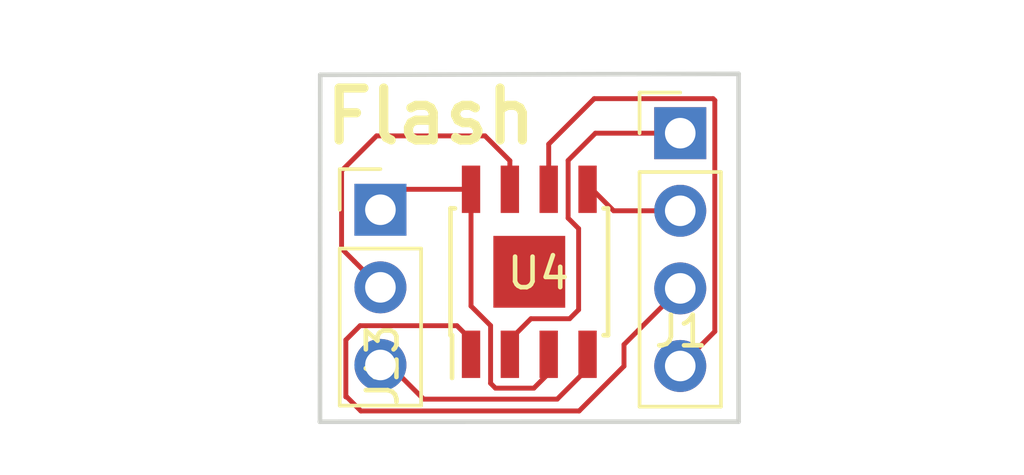
<source format=kicad_pcb>
(kicad_pcb (version 20171130) (host pcbnew 5.0.1-33cea8e~68~ubuntu14.04.1)

  (general
    (thickness 1.6)
    (drawings 5)
    (tracks 50)
    (zones 0)
    (modules 3)
    (nets 8)
  )

  (page A4)
  (layers
    (0 F.Cu signal)
    (31 B.Cu signal)
    (32 B.Adhes user)
    (33 F.Adhes user)
    (34 B.Paste user)
    (35 F.Paste user)
    (36 B.SilkS user)
    (37 F.SilkS user)
    (38 B.Mask user)
    (39 F.Mask user)
    (40 Dwgs.User user)
    (41 Cmts.User user)
    (42 Eco1.User user)
    (43 Eco2.User user)
    (44 Edge.Cuts user)
    (45 Margin user)
    (46 B.CrtYd user)
    (47 F.CrtYd user)
    (48 B.Fab user)
    (49 F.Fab user)
  )

  (setup
    (last_trace_width 0.16)
    (user_trace_width 0.16)
    (user_trace_width 0.2)
    (user_trace_width 0.5)
    (trace_clearance 0.2)
    (zone_clearance 0.2)
    (zone_45_only no)
    (trace_min 0.16)
    (segment_width 0.2)
    (edge_width 0.15)
    (via_size 0.8)
    (via_drill 0.4)
    (via_min_size 0.3)
    (via_min_drill 0.3)
    (uvia_size 0.3)
    (uvia_drill 0.1)
    (uvias_allowed no)
    (uvia_min_size 0.2)
    (uvia_min_drill 0.1)
    (pcb_text_width 0.3)
    (pcb_text_size 1.5 1.5)
    (mod_edge_width 0.15)
    (mod_text_size 1 1)
    (mod_text_width 0.15)
    (pad_size 1.524 1.524)
    (pad_drill 0.762)
    (pad_to_mask_clearance 0.051)
    (solder_mask_min_width 0.25)
    (aux_axis_origin 0 0)
    (visible_elements FFFFFF7F)
    (pcbplotparams
      (layerselection 0x010fc_ffffffff)
      (usegerberextensions true)
      (usegerberattributes false)
      (usegerberadvancedattributes false)
      (creategerberjobfile false)
      (excludeedgelayer true)
      (linewidth 0.100000)
      (plotframeref false)
      (viasonmask false)
      (mode 1)
      (useauxorigin false)
      (hpglpennumber 1)
      (hpglpenspeed 20)
      (hpglpendiameter 15.000000)
      (psnegative false)
      (psa4output false)
      (plotreference true)
      (plotvalue true)
      (plotinvisibletext false)
      (padsonsilk false)
      (subtractmaskfromsilk false)
      (outputformat 1)
      (mirror false)
      (drillshape 0)
      (scaleselection 1)
      (outputdirectory ""))
  )

  (net 0 "")
  (net 1 GND)
  (net 2 vccC)
  (net 3 RESET)
  (net 4 705.1)
  (net 5 705.3)
  (net 6 705.5)
  (net 7 705.17)

  (net_class Default "This is the default net class."
    (clearance 0.2)
    (trace_width 0.25)
    (via_dia 0.8)
    (via_drill 0.4)
    (uvia_dia 0.3)
    (uvia_drill 0.1)
    (add_net 705.1)
    (add_net 705.17)
    (add_net 705.3)
    (add_net 705.5)
    (add_net GND)
    (add_net RESET)
    (add_net vccC)
  )

  (module Connector_PinHeader_2.54mm:PinHeader_1x03_P2.54mm_Vertical (layer F.Cu) (tedit 5BE69B7B) (tstamp 5BEFE0CA)
    (at 147.5 87.85)
    (descr "Through hole straight pin header, 1x03, 2.54mm pitch, single row")
    (tags "Through hole pin header THT 1x03 2.54mm single row")
    (path /5C91571B)
    (fp_text reference J13 (at 0.06892 5.09368 90) (layer F.SilkS)
      (effects (font (size 1 1) (thickness 0.15)))
    )
    (fp_text value Conn_01x03_Male (at -5.66894 7.6921) (layer F.Fab)
      (effects (font (size 1 1) (thickness 0.15)))
    )
    (fp_line (start -0.635 -1.27) (end 1.27 -1.27) (layer F.Fab) (width 0.1))
    (fp_line (start 1.27 -1.27) (end 1.27 6.35) (layer F.Fab) (width 0.1))
    (fp_line (start 1.27 6.35) (end -1.27 6.35) (layer F.Fab) (width 0.1))
    (fp_line (start -1.27 6.35) (end -1.27 -0.635) (layer F.Fab) (width 0.1))
    (fp_line (start -1.27 -0.635) (end -0.635 -1.27) (layer F.Fab) (width 0.1))
    (fp_line (start -1.33 6.41) (end 1.33 6.41) (layer F.SilkS) (width 0.12))
    (fp_line (start -1.33 1.27) (end -1.33 6.41) (layer F.SilkS) (width 0.12))
    (fp_line (start 1.33 1.27) (end 1.33 6.41) (layer F.SilkS) (width 0.12))
    (fp_line (start -1.33 1.27) (end 1.33 1.27) (layer F.SilkS) (width 0.12))
    (fp_line (start -1.33 0) (end -1.33 -1.33) (layer F.SilkS) (width 0.12))
    (fp_line (start -1.33 -1.33) (end 0 -1.33) (layer F.SilkS) (width 0.12))
    (fp_line (start -1.8 -1.8) (end -1.8 6.85) (layer F.CrtYd) (width 0.05))
    (fp_line (start -1.8 6.85) (end 1.8 6.85) (layer F.CrtYd) (width 0.05))
    (fp_line (start 1.8 6.85) (end 1.8 -1.8) (layer F.CrtYd) (width 0.05))
    (fp_line (start 1.8 -1.8) (end -1.8 -1.8) (layer F.CrtYd) (width 0.05))
    (fp_text user %R (at 0 2.54 90) (layer F.Fab)
      (effects (font (size 1 1) (thickness 0.15)))
    )
    (pad 1 thru_hole rect (at 0 0) (size 1.7 1.7) (drill 1) (layers *.Cu *.Mask)
      (net 2 vccC))
    (pad 2 thru_hole oval (at 0 2.54) (size 1.7 1.7) (drill 1) (layers *.Cu *.Mask)
      (net 3 RESET))
    (pad 3 thru_hole oval (at 0 5.08) (size 1.7 1.7) (drill 1) (layers *.Cu *.Mask)
      (net 1 GND))
    (model ${KISYS3DMOD}/Connector_PinHeader_2.54mm.3dshapes/PinHeader_1x03_P2.54mm_Vertical.wrl
      (at (xyz 0 0 0))
      (scale (xyz 1 1 1))
      (rotate (xyz 0 0 0))
    )
  )

  (module Package_SO:SOIC-8-1EP_3.9x4.9mm_P1.27mm_EP2.35x2.35mm (layer F.Cu) (tedit 5A65EC84) (tstamp 5BEFE0EC)
    (at 152.36698 89.88044 90)
    (descr "8-Lead Thermally Enhanced Plastic Small Outline (SE) - Narrow, 3.90 mm Body [SOIC] (see Microchip Packaging Specification 00000049BS.pdf)")
    (tags "SOIC 1.27")
    (path /5C81142F)
    (attr smd)
    (fp_text reference U4 (at -0.04826 0.29718 180) (layer F.SilkS)
      (effects (font (size 1 1) (thickness 0.15)))
    )
    (fp_text value SST25WF080B (at 8.04672 0.05334 180) (layer F.Fab)
      (effects (font (size 1 1) (thickness 0.15)))
    )
    (fp_text user %R (at 0 0 90) (layer F.Fab)
      (effects (font (size 0.9 0.9) (thickness 0.135)))
    )
    (fp_line (start -0.95 -2.45) (end 1.95 -2.45) (layer F.Fab) (width 0.15))
    (fp_line (start 1.95 -2.45) (end 1.95 2.45) (layer F.Fab) (width 0.15))
    (fp_line (start 1.95 2.45) (end -1.95 2.45) (layer F.Fab) (width 0.15))
    (fp_line (start -1.95 2.45) (end -1.95 -1.45) (layer F.Fab) (width 0.15))
    (fp_line (start -1.95 -1.45) (end -0.95 -2.45) (layer F.Fab) (width 0.15))
    (fp_line (start -3.75 -2.75) (end -3.75 2.75) (layer F.CrtYd) (width 0.05))
    (fp_line (start 3.75 -2.75) (end 3.75 2.75) (layer F.CrtYd) (width 0.05))
    (fp_line (start -3.75 -2.75) (end 3.75 -2.75) (layer F.CrtYd) (width 0.05))
    (fp_line (start -3.75 2.75) (end 3.75 2.75) (layer F.CrtYd) (width 0.05))
    (fp_line (start -2.075 -2.575) (end -2.075 -2.525) (layer F.SilkS) (width 0.15))
    (fp_line (start 2.075 -2.575) (end 2.075 -2.43) (layer F.SilkS) (width 0.15))
    (fp_line (start 2.075 2.575) (end 2.075 2.43) (layer F.SilkS) (width 0.15))
    (fp_line (start -2.075 2.575) (end -2.075 2.43) (layer F.SilkS) (width 0.15))
    (fp_line (start -2.075 -2.575) (end 2.075 -2.575) (layer F.SilkS) (width 0.15))
    (fp_line (start -2.075 2.575) (end 2.075 2.575) (layer F.SilkS) (width 0.15))
    (fp_line (start -2.075 -2.525) (end -3.475 -2.525) (layer F.SilkS) (width 0.15))
    (pad 1 smd rect (at -2.7 -1.905 90) (size 1.55 0.6) (layers F.Cu F.Paste F.Mask)
      (net 5 705.3))
    (pad 2 smd rect (at -2.7 -0.635 90) (size 1.55 0.6) (layers F.Cu F.Paste F.Mask)
      (net 7 705.17))
    (pad 3 smd rect (at -2.7 0.635 90) (size 1.55 0.6) (layers F.Cu F.Paste F.Mask)
      (net 2 vccC))
    (pad 4 smd rect (at -2.7 1.905 90) (size 1.55 0.6) (layers F.Cu F.Paste F.Mask)
      (net 1 GND))
    (pad 5 smd rect (at 2.7 1.905 90) (size 1.55 0.6) (layers F.Cu F.Paste F.Mask)
      (net 6 705.5))
    (pad 6 smd rect (at 2.7 0.635 90) (size 1.55 0.6) (layers F.Cu F.Paste F.Mask)
      (net 4 705.1))
    (pad 7 smd rect (at 2.7 -0.635 90) (size 1.55 0.6) (layers F.Cu F.Paste F.Mask)
      (net 3 RESET))
    (pad 8 smd rect (at 2.7 -1.905 90) (size 1.55 0.6) (layers F.Cu F.Paste F.Mask)
      (net 2 vccC))
    (pad "" smd rect (at 0.5875 0.5875 90) (size 0.95 0.95) (layers F.Paste))
    (pad 9 smd rect (at 0 0 90) (size 2.35 2.35) (layers F.Cu F.Mask))
    (pad "" smd rect (at -0.5875 0.5875 90) (size 0.95 0.95) (layers F.Paste))
    (pad "" smd rect (at -0.5875 -0.5875 90) (size 0.95 0.95) (layers F.Paste))
    (pad "" smd rect (at 0.5875 -0.5875 90) (size 0.95 0.95) (layers F.Paste))
    (model ${KISYS3DMOD}/Package_SO.3dshapes/SOIC-8-1EP_3.9x4.9mm_P1.27mm_EP2.35x2.35mm.wrl
      (at (xyz 0 0 0))
      (scale (xyz 1 1 1))
      (rotate (xyz 0 0 0))
    )
  )

  (module Connector_PinHeader_2.54mm:PinHeader_1x04_P2.54mm_Vertical (layer F.Cu) (tedit 59FED5CC) (tstamp 5C3B2CA1)
    (at 157.3022 85.344)
    (descr "Through hole straight pin header, 1x04, 2.54mm pitch, single row")
    (tags "Through hole pin header THT 1x04 2.54mm single row")
    (path /5C24AD34)
    (fp_text reference J1 (at 0.02794 6.48716) (layer F.SilkS)
      (effects (font (size 1 1) (thickness 0.15)))
    )
    (fp_text value Conn_01x04_Male (at 4.4704 10.35304) (layer F.Fab)
      (effects (font (size 1 1) (thickness 0.15)))
    )
    (fp_line (start -0.635 -1.27) (end 1.27 -1.27) (layer F.Fab) (width 0.1))
    (fp_line (start 1.27 -1.27) (end 1.27 8.89) (layer F.Fab) (width 0.1))
    (fp_line (start 1.27 8.89) (end -1.27 8.89) (layer F.Fab) (width 0.1))
    (fp_line (start -1.27 8.89) (end -1.27 -0.635) (layer F.Fab) (width 0.1))
    (fp_line (start -1.27 -0.635) (end -0.635 -1.27) (layer F.Fab) (width 0.1))
    (fp_line (start -1.33 8.95) (end 1.33 8.95) (layer F.SilkS) (width 0.12))
    (fp_line (start -1.33 1.27) (end -1.33 8.95) (layer F.SilkS) (width 0.12))
    (fp_line (start 1.33 1.27) (end 1.33 8.95) (layer F.SilkS) (width 0.12))
    (fp_line (start -1.33 1.27) (end 1.33 1.27) (layer F.SilkS) (width 0.12))
    (fp_line (start -1.33 0) (end -1.33 -1.33) (layer F.SilkS) (width 0.12))
    (fp_line (start -1.33 -1.33) (end 0 -1.33) (layer F.SilkS) (width 0.12))
    (fp_line (start -1.8 -1.8) (end -1.8 9.4) (layer F.CrtYd) (width 0.05))
    (fp_line (start -1.8 9.4) (end 1.8 9.4) (layer F.CrtYd) (width 0.05))
    (fp_line (start 1.8 9.4) (end 1.8 -1.8) (layer F.CrtYd) (width 0.05))
    (fp_line (start 1.8 -1.8) (end -1.8 -1.8) (layer F.CrtYd) (width 0.05))
    (fp_text user %R (at 0 3.81 90) (layer F.Fab)
      (effects (font (size 1 1) (thickness 0.15)))
    )
    (pad 1 thru_hole rect (at 0 0) (size 1.7 1.7) (drill 1) (layers *.Cu *.Mask)
      (net 7 705.17))
    (pad 2 thru_hole oval (at 0 2.54) (size 1.7 1.7) (drill 1) (layers *.Cu *.Mask)
      (net 6 705.5))
    (pad 3 thru_hole oval (at 0 5.08) (size 1.7 1.7) (drill 1) (layers *.Cu *.Mask)
      (net 5 705.3))
    (pad 4 thru_hole oval (at 0 7.62) (size 1.7 1.7) (drill 1) (layers *.Cu *.Mask)
      (net 4 705.1))
    (model ${KISYS3DMOD}/Connector_PinHeader_2.54mm.3dshapes/PinHeader_1x04_P2.54mm_Vertical.wrl
      (at (xyz 0 0 0))
      (scale (xyz 1 1 1))
      (rotate (xyz 0 0 0))
    )
  )

  (gr_text Flash (at 149.14626 84.79536) (layer F.SilkS)
    (effects (font (size 1.7 1.7) (thickness 0.3)))
  )
  (gr_line (start 145.53184 83.43392) (end 145.52422 94.79026) (layer Edge.Cuts) (width 0.15))
  (gr_line (start 159.20974 83.40344) (end 145.53184 83.43392) (layer Edge.Cuts) (width 0.15))
  (gr_line (start 159.20974 94.78518) (end 159.20974 83.40344) (layer Edge.Cuts) (width 0.15))
  (gr_line (start 145.5166 94.78772) (end 159.20974 94.78518) (layer Edge.Cuts) (width 0.15))

  (segment (start 147.794 92.93) (end 147.5 92.93) (width 0.16) (layer F.Cu) (net 1))
  (segment (start 153.27951 94.04791) (end 148.91191 94.04791) (width 0.16) (layer F.Cu) (net 1))
  (segment (start 154.27198 93.05544) (end 153.27951 94.04791) (width 0.16) (layer F.Cu) (net 1))
  (segment (start 148.91191 94.04791) (end 147.794 92.93) (width 0.16) (layer F.Cu) (net 1))
  (segment (start 154.27198 92.58044) (end 154.27198 93.05544) (width 0.16) (layer F.Cu) (net 1))
  (segment (start 148.16956 87.18044) (end 147.5 87.85) (width 0.16) (layer F.Cu) (net 2))
  (segment (start 150.46198 87.18044) (end 148.16956 87.18044) (width 0.16) (layer F.Cu) (net 2))
  (segment (start 153.00198 93.20276) (end 153.00198 92.58044) (width 0.16) (layer F.Cu) (net 2))
  (segment (start 152.51684 93.6879) (end 153.00198 93.20276) (width 0.16) (layer F.Cu) (net 2))
  (segment (start 151.260438 93.6879) (end 152.51684 93.6879) (width 0.16) (layer F.Cu) (net 2))
  (segment (start 151.10206 93.529522) (end 151.260438 93.6879) (width 0.16) (layer F.Cu) (net 2))
  (segment (start 150.46198 91.001438) (end 151.10206 91.641518) (width 0.16) (layer F.Cu) (net 2))
  (segment (start 151.10206 91.641518) (end 151.10206 93.529522) (width 0.16) (layer F.Cu) (net 2))
  (segment (start 150.46198 87.18044) (end 150.46198 91.001438) (width 0.16) (layer F.Cu) (net 2))
  (segment (start 146.650001 89.540001) (end 147.5 90.39) (width 0.16) (layer F.Cu) (net 3))
  (segment (start 146.23034 89.12034) (end 146.650001 89.540001) (width 0.16) (layer F.Cu) (net 3))
  (segment (start 146.23034 86.5759) (end 146.23034 89.12034) (width 0.16) (layer F.Cu) (net 3))
  (segment (start 147.37334 85.4329) (end 146.23034 86.5759) (width 0.16) (layer F.Cu) (net 3))
  (segment (start 150.91944 85.4329) (end 147.37334 85.4329) (width 0.16) (layer F.Cu) (net 3))
  (segment (start 151.73198 86.24544) (end 150.91944 85.4329) (width 0.16) (layer F.Cu) (net 3))
  (segment (start 151.73198 87.18044) (end 151.73198 86.24544) (width 0.16) (layer F.Cu) (net 3))
  (segment (start 158.376201 84.213999) (end 154.490121 84.213999) (width 0.16) (layer F.Cu) (net 4))
  (segment (start 158.432201 84.269999) (end 158.376201 84.213999) (width 0.16) (layer F.Cu) (net 4))
  (segment (start 158.432201 91.833999) (end 158.432201 84.269999) (width 0.16) (layer F.Cu) (net 4))
  (segment (start 157.3022 92.964) (end 158.432201 91.833999) (width 0.16) (layer F.Cu) (net 4))
  (segment (start 153.00198 85.70214) (end 153.00198 87.18044) (width 0.16) (layer F.Cu) (net 4))
  (segment (start 154.490121 84.213999) (end 153.00198 85.70214) (width 0.16) (layer F.Cu) (net 4))
  (segment (start 155.46324 92.26296) (end 157.3022 90.424) (width 0.16) (layer F.Cu) (net 5))
  (segment (start 150.46198 92.58044) (end 150.46198 92.10544) (width 0.16) (layer F.Cu) (net 5))
  (segment (start 150.46198 92.10544) (end 150.00198 91.64544) (width 0.16) (layer F.Cu) (net 5))
  (segment (start 150.00198 91.64544) (end 146.83516 91.64544) (width 0.16) (layer F.Cu) (net 5))
  (segment (start 146.83516 91.64544) (end 146.369999 92.110601) (width 0.16) (layer F.Cu) (net 5))
  (segment (start 146.40052 93.97492) (end 146.86026 94.43466) (width 0.16) (layer F.Cu) (net 5))
  (segment (start 146.369999 93.97492) (end 146.40052 93.97492) (width 0.16) (layer F.Cu) (net 5))
  (segment (start 146.86026 94.43466) (end 153.996762 94.43466) (width 0.16) (layer F.Cu) (net 5))
  (segment (start 146.369999 92.110601) (end 146.369999 93.97492) (width 0.16) (layer F.Cu) (net 5))
  (segment (start 155.46324 92.968182) (end 155.46324 92.26296) (width 0.16) (layer F.Cu) (net 5))
  (segment (start 153.996762 94.43466) (end 155.46324 92.968182) (width 0.16) (layer F.Cu) (net 5))
  (segment (start 154.42186 87.18044) (end 154.27198 87.18044) (width 0.16) (layer F.Cu) (net 6))
  (segment (start 155.12542 87.884) (end 154.42186 87.18044) (width 0.16) (layer F.Cu) (net 6))
  (segment (start 157.3022 87.884) (end 155.12542 87.884) (width 0.16) (layer F.Cu) (net 6))
  (segment (start 153.97988 88.467342) (end 153.63698 88.124442) (width 0.16) (layer F.Cu) (net 7))
  (segment (start 153.97988 91.121542) (end 153.97988 88.467342) (width 0.16) (layer F.Cu) (net 7))
  (segment (start 153.63698 86.236438) (end 154.529418 85.344) (width 0.16) (layer F.Cu) (net 7))
  (segment (start 153.684282 91.41714) (end 153.97988 91.121542) (width 0.16) (layer F.Cu) (net 7))
  (segment (start 154.529418 85.344) (end 157.3022 85.344) (width 0.16) (layer F.Cu) (net 7))
  (segment (start 152.42028 91.41714) (end 153.684282 91.41714) (width 0.16) (layer F.Cu) (net 7))
  (segment (start 153.63698 88.124442) (end 153.63698 86.236438) (width 0.16) (layer F.Cu) (net 7))
  (segment (start 151.73198 92.10544) (end 152.42028 91.41714) (width 0.16) (layer F.Cu) (net 7))
  (segment (start 151.73198 92.58044) (end 151.73198 92.10544) (width 0.16) (layer F.Cu) (net 7))

)

</source>
